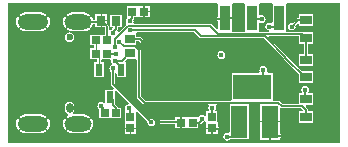
<source format=gbl>
G04*
G04 #@! TF.GenerationSoftware,Altium Limited,Altium Designer,22.10.1 (41)*
G04*
G04 Layer_Physical_Order=4*
G04 Layer_Color=16711680*
%FSLAX44Y44*%
%MOMM*%
G71*
G04*
G04 #@! TF.SameCoordinates,6AC466C0-41EF-44D2-8528-C36EB44BF29F*
G04*
G04*
G04 #@! TF.FilePolarity,Positive*
G04*
G01*
G75*
%ADD19R,0.7600X0.7200*%
%ADD28R,0.7200X0.7600*%
G04:AMPARAMS|DCode=49|XSize=0.85mm|YSize=0.6mm|CornerRadius=0.3mm|HoleSize=0mm|Usage=FLASHONLY|Rotation=270.000|XOffset=0mm|YOffset=0mm|HoleType=Round|Shape=RoundedRectangle|*
%AMROUNDEDRECTD49*
21,1,0.8500,0.0000,0,0,270.0*
21,1,0.2500,0.6000,0,0,270.0*
1,1,0.6000,0.0000,-0.1250*
1,1,0.6000,0.0000,0.1250*
1,1,0.6000,0.0000,0.1250*
1,1,0.6000,0.0000,-0.1250*
%
%ADD49ROUNDEDRECTD49*%
%ADD50C,0.6000*%
G04:AMPARAMS|DCode=51|XSize=1.3mm|YSize=2.6mm|CornerRadius=0.65mm|HoleSize=0mm|Usage=FLASHONLY|Rotation=270.000|XOffset=0mm|YOffset=0mm|HoleType=Round|Shape=RoundedRectangle|*
%AMROUNDEDRECTD51*
21,1,1.3000,1.3000,0,0,270.0*
21,1,0.0000,2.6000,0,0,270.0*
1,1,1.3000,-0.6500,0.0000*
1,1,1.3000,-0.6500,0.0000*
1,1,1.3000,0.6500,0.0000*
1,1,1.3000,0.6500,0.0000*
%
%ADD51ROUNDEDRECTD51*%
G04:AMPARAMS|DCode=52|XSize=1.3mm|YSize=2.3mm|CornerRadius=0.65mm|HoleSize=0mm|Usage=FLASHONLY|Rotation=270.000|XOffset=0mm|YOffset=0mm|HoleType=Round|Shape=RoundedRectangle|*
%AMROUNDEDRECTD52*
21,1,1.3000,1.0000,0,0,270.0*
21,1,0.0000,2.3000,0,0,270.0*
1,1,1.3000,-0.5000,0.0000*
1,1,1.3000,-0.5000,0.0000*
1,1,1.3000,0.5000,0.0000*
1,1,1.3000,0.5000,0.0000*
%
%ADD52ROUNDEDRECTD52*%
%ADD54C,0.1270*%
%ADD55C,0.2175*%
%ADD56C,0.4500*%
%ADD57C,0.5000*%
%ADD58R,0.8121X0.7581*%
%ADD59R,0.7000X0.6500*%
%ADD60R,0.6000X1.0500*%
%ADD61R,1.0000X0.8000*%
%ADD62R,1.4000X2.8000*%
%ADD63R,0.7581X0.8121*%
%ADD64R,3.2500X2.1500*%
%ADD65R,0.9500X2.1500*%
%ADD66C,0.0889*%
G36*
X249922Y-59922D02*
X-30922D01*
Y58922D01*
X145542D01*
X146569Y58336D01*
X146569Y57652D01*
Y47133D01*
X144272D01*
X143634Y47006D01*
X143093Y46645D01*
X142732Y46104D01*
X142605Y45466D01*
X142732Y44828D01*
X143093Y44287D01*
X143634Y43926D01*
X144272Y43799D01*
X146569D01*
Y37415D01*
X145396Y36929D01*
X141384Y40941D01*
X140843Y41302D01*
X140205Y41429D01*
X75732D01*
X75019Y42699D01*
X75208Y43647D01*
X75000Y44693D01*
X75321Y45015D01*
X75683Y45556D01*
X75810Y46193D01*
Y47216D01*
X78873D01*
Y46946D01*
X83308D01*
Y51816D01*
Y56686D01*
X78873D01*
Y56416D01*
X69343D01*
Y47216D01*
X69343Y47216D01*
X69521Y45946D01*
X68833Y44915D01*
X68580Y43647D01*
X68833Y42379D01*
X68950Y42203D01*
X69094Y40941D01*
X68667Y40515D01*
X63008Y34855D01*
X62007Y34944D01*
X61581Y35147D01*
X61382Y35999D01*
X61540Y36236D01*
X61667Y36874D01*
Y39069D01*
X65163D01*
Y49191D01*
X55581D01*
Y39069D01*
X57263D01*
X57629Y38535D01*
X57055Y37126D01*
X56732Y37061D01*
X55657Y36343D01*
X55439Y36017D01*
X54169Y36402D01*
Y39190D01*
X54042Y39828D01*
X53681Y40369D01*
X52893Y41157D01*
Y43495D01*
X48467D01*
Y38799D01*
X50535D01*
X50835Y38500D01*
Y33177D01*
X49937Y32278D01*
X47732Y32279D01*
X46574Y32009D01*
X38502D01*
Y23509D01*
X41438D01*
Y20506D01*
X38502D01*
Y12006D01*
X44309D01*
Y8753D01*
X41872D01*
Y-3747D01*
X49872D01*
Y8753D01*
X47435D01*
Y10971D01*
X48002Y12006D01*
X48772Y12006D01*
X55265D01*
X56033Y10736D01*
X55868Y9906D01*
X56121Y8638D01*
X56591Y7934D01*
X56624Y7119D01*
X56282Y6408D01*
X55569Y5932D01*
X54851Y4857D01*
X54598Y3589D01*
X54851Y2321D01*
X55569Y1245D01*
X56245Y794D01*
Y-9912D01*
X56372Y-10550D01*
X56733Y-11091D01*
X58619Y-12976D01*
X58093Y-14246D01*
X51372D01*
Y-25476D01*
X50102Y-25861D01*
X50095Y-25851D01*
X49020Y-25133D01*
X47752Y-24880D01*
X46484Y-25133D01*
X45409Y-25851D01*
X44691Y-26926D01*
X44438Y-28194D01*
X44691Y-29462D01*
X45409Y-30537D01*
X46081Y-30986D01*
Y-32087D01*
X46122Y-32292D01*
Y-38499D01*
X54352D01*
X55122Y-38499D01*
X56392Y-38499D01*
X64622D01*
Y-29999D01*
X61789D01*
Y-29548D01*
X61662Y-28910D01*
X61301Y-28370D01*
X59404Y-26473D01*
Y-22861D01*
X59372Y-22701D01*
Y-15526D01*
X60642Y-15000D01*
X71111Y-25468D01*
X71090Y-25691D01*
X70610Y-26764D01*
X69732Y-26939D01*
X68657Y-27657D01*
X67939Y-28732D01*
X67686Y-30000D01*
X67924Y-31194D01*
X67926Y-31363D01*
X67775Y-32464D01*
X67775D01*
X67775Y-32464D01*
Y-41994D01*
X67505D01*
Y-46429D01*
X77245D01*
Y-41994D01*
X76975D01*
Y-33128D01*
X78245Y-32602D01*
X86845Y-41203D01*
X86686Y-42000D01*
X86939Y-43268D01*
X87657Y-44343D01*
X88732Y-45061D01*
X90000Y-45314D01*
X91268Y-45061D01*
X92343Y-44343D01*
X93061Y-43268D01*
X93314Y-42000D01*
X93061Y-40732D01*
X92343Y-39657D01*
X91268Y-38939D01*
X90000Y-38686D01*
X89202Y-38845D01*
X59579Y-9222D01*
Y-619D01*
X59602Y-605D01*
X60872Y-1324D01*
Y-3747D01*
X68872D01*
Y8753D01*
X68086D01*
X67600Y9927D01*
X69179Y11506D01*
X76943D01*
X77772Y10579D01*
Y-20157D01*
X77899Y-20795D01*
X78260Y-21335D01*
X83349Y-26425D01*
X83890Y-26786D01*
X84528Y-26913D01*
X138001D01*
X138679Y-28183D01*
X138671Y-28196D01*
X138418Y-29464D01*
X138671Y-30732D01*
X138979Y-31194D01*
X138300Y-32464D01*
X136740D01*
Y-36470D01*
X135470Y-36856D01*
X135301Y-36604D01*
X134226Y-35885D01*
X132958Y-35633D01*
X131690Y-35885D01*
X130615Y-36604D01*
X130609Y-36612D01*
X129842Y-37564D01*
X120312D01*
Y-37294D01*
X115877D01*
Y-42164D01*
Y-47034D01*
X120312D01*
Y-46764D01*
X129842D01*
Y-43831D01*
X130698D01*
X131336Y-43704D01*
X131877Y-43343D01*
X132960Y-42260D01*
X134226Y-42008D01*
X135301Y-41290D01*
X136404Y-41925D01*
X136469Y-41994D01*
Y-46429D01*
X141340D01*
Y-47064D01*
X141974D01*
Y-52134D01*
X146209D01*
Y-48911D01*
X149352D01*
X149990Y-48784D01*
X150531Y-48423D01*
X150892Y-47882D01*
X151019Y-47244D01*
X150892Y-46606D01*
X150531Y-46065D01*
X149990Y-45704D01*
X149352Y-45577D01*
X146209D01*
Y-41994D01*
X145940D01*
Y-32464D01*
X145164D01*
X144485Y-31194D01*
X144793Y-30732D01*
X145046Y-29464D01*
X144793Y-28196D01*
X144785Y-28183D01*
X145463Y-26913D01*
X156592D01*
Y-50220D01*
X155322Y-50960D01*
X154432Y-50783D01*
X153164Y-51035D01*
X152089Y-51754D01*
X151371Y-52829D01*
X151118Y-54097D01*
X151371Y-55365D01*
X152089Y-56440D01*
X153164Y-57158D01*
X154432Y-57411D01*
X155700Y-57158D01*
X156775Y-56440D01*
X156777Y-56437D01*
X172592D01*
Y-26913D01*
X182322D01*
Y-40802D01*
X190592D01*
X198862D01*
Y-30448D01*
X199304Y-30100D01*
X200132Y-29666D01*
X200549Y-29749D01*
X217192D01*
X218619Y-31177D01*
X218093Y-32446D01*
X215342D01*
Y-42446D01*
X227342D01*
Y-32446D01*
X223009D01*
Y-31542D01*
X222882Y-30904D01*
X222521Y-30363D01*
X220778Y-28620D01*
X221264Y-27446D01*
X227342D01*
Y-17447D01*
X223639D01*
X223588Y-17393D01*
X223076Y-16177D01*
X223533Y-15492D01*
X223786Y-14224D01*
X223533Y-12956D01*
X222815Y-11881D01*
X221740Y-11163D01*
X220472Y-10910D01*
X219204Y-11163D01*
X218129Y-11881D01*
X217411Y-12956D01*
X217158Y-14224D01*
X217411Y-15492D01*
X217868Y-16177D01*
X217356Y-17393D01*
X217305Y-17447D01*
X215342D01*
Y-26414D01*
X201240D01*
X198892Y-24067D01*
X198351Y-23706D01*
X197713Y-23579D01*
X194049D01*
X192840Y-23434D01*
X192840Y-22309D01*
Y66D01*
X188748D01*
X188037Y1336D01*
X188226Y2286D01*
X187973Y3554D01*
X187255Y4629D01*
X186180Y5347D01*
X184912Y5600D01*
X183644Y5347D01*
X182569Y4629D01*
X181851Y3554D01*
X181598Y2286D01*
X181787Y1336D01*
X181075Y66D01*
X158340D01*
Y-22309D01*
X158339Y-23434D01*
X157129Y-23579D01*
X85218D01*
X81106Y-19466D01*
Y18903D01*
X80979Y19541D01*
X80618Y20082D01*
X77906Y22793D01*
X77213Y23776D01*
Y27170D01*
X79603D01*
X82395Y24377D01*
X82936Y24016D01*
X83574Y23889D01*
X84212Y24016D01*
X84753Y24377D01*
X85114Y24918D01*
X85241Y25556D01*
X85114Y26194D01*
X84753Y26735D01*
X81472Y30015D01*
X80931Y30377D01*
X80293Y30504D01*
X77213D01*
Y33897D01*
X78353Y34210D01*
X126160D01*
X130784Y29586D01*
X131325Y29225D01*
X131963Y29098D01*
X185367D01*
X202053Y12412D01*
X202114Y12106D01*
X202475Y11565D01*
X215342Y-1302D01*
Y-8944D01*
X227342D01*
Y1056D01*
X217700D01*
X205255Y13500D01*
X205194Y13806D01*
X204833Y14347D01*
X189097Y30083D01*
X189583Y31257D01*
X215342D01*
Y24559D01*
X219675D01*
Y16056D01*
X215342D01*
Y6056D01*
X227342D01*
Y16056D01*
X223009D01*
Y24559D01*
X227342D01*
Y34559D01*
X218138D01*
X217977Y34591D01*
X209460D01*
X209335Y35861D01*
X210310Y36055D01*
X211385Y36773D01*
X212103Y37848D01*
X212356Y39116D01*
X212197Y39913D01*
X214072Y41789D01*
X215342Y41262D01*
Y39559D01*
X227342D01*
Y49559D01*
X215342D01*
Y46226D01*
X214485D01*
X213847Y46099D01*
X213306Y45737D01*
X209839Y42271D01*
X209042Y42430D01*
X207774Y42177D01*
X206699Y41459D01*
X205981Y40384D01*
X205728Y39116D01*
X205981Y37848D01*
X206699Y36773D01*
X207774Y36055D01*
X208749Y35861D01*
X208624Y34591D01*
X204340D01*
Y57652D01*
X204340Y58066D01*
X205255Y58922D01*
X249922D01*
Y-59922D01*
D02*
G37*
G36*
X192839Y58066D02*
X192840Y57652D01*
Y42649D01*
X191569Y41971D01*
X191260Y42177D01*
X189992Y42430D01*
X188724Y42177D01*
X187649Y41459D01*
X186931Y40384D01*
X186678Y39116D01*
X186931Y37848D01*
X187649Y36773D01*
X188724Y36055D01*
X189699Y35861D01*
X189574Y34591D01*
X181339D01*
Y41685D01*
X182610Y42358D01*
X183642Y42152D01*
X184910Y42405D01*
X185985Y43123D01*
X186703Y44198D01*
X186956Y45466D01*
X186703Y46734D01*
X185985Y47809D01*
X184910Y48527D01*
X183642Y48780D01*
X182610Y48574D01*
X181339Y49247D01*
Y57652D01*
X181339Y58066D01*
X182255Y58922D01*
X191924D01*
X192839Y58066D01*
D02*
G37*
G36*
X169839D02*
X169839Y57652D01*
Y34591D01*
X158610D01*
Y45681D01*
X152590D01*
Y46951D01*
X158610D01*
Y57652D01*
X158610Y58336D01*
X159637Y58922D01*
X168924D01*
X169839Y58066D01*
D02*
G37*
%LPC*%
G36*
X89013Y56686D02*
X84578D01*
Y52451D01*
X89013D01*
Y56686D01*
D02*
G37*
G36*
Y51181D02*
X84578D01*
Y46946D01*
X89013D01*
Y51181D01*
D02*
G37*
G36*
X47197Y49461D02*
X42771D01*
Y44851D01*
X40827D01*
X40780Y45212D01*
X39997Y47102D01*
X39141Y48217D01*
X34108Y43183D01*
X39141Y38150D01*
X39997Y39265D01*
X40780Y41155D01*
X40827Y41516D01*
X42771D01*
Y38799D01*
X47197D01*
Y44130D01*
Y49461D01*
D02*
G37*
G36*
X52893D02*
X48467D01*
Y44765D01*
X52893D01*
Y49461D01*
D02*
G37*
G36*
X2391Y48217D02*
X-2642Y43183D01*
X2391Y38150D01*
X3247Y39265D01*
X4030Y41155D01*
X4297Y43183D01*
X4030Y45212D01*
X3247Y47102D01*
X2391Y48217D01*
D02*
G37*
G36*
X17278Y48217D02*
X16422Y47102D01*
X15640Y45212D01*
X15373Y43183D01*
X15640Y41155D01*
X16422Y39265D01*
X17278Y38150D01*
X22312Y43183D01*
X17278Y48217D01*
D02*
G37*
G36*
X-22472D02*
X-23328Y47102D01*
X-24110Y45212D01*
X-24377Y43183D01*
X-24110Y41155D01*
X-23328Y39265D01*
X-22472Y38150D01*
X-17438Y43183D01*
X-22472Y48217D01*
D02*
G37*
G36*
X33210Y51020D02*
X23210D01*
X21181Y50753D01*
X19291Y49970D01*
X18176Y49115D01*
X23659Y43632D01*
X23210Y43183D01*
X23659Y42734D01*
X18176Y37252D01*
X19291Y36396D01*
X21181Y35613D01*
X23210Y35346D01*
X33210D01*
X35238Y35613D01*
X37128Y36396D01*
X38243Y37252D01*
X32761Y42734D01*
X33210Y43183D01*
X32761Y43632D01*
X38243Y49115D01*
X37128Y49970D01*
X35238Y50753D01*
X33210Y51020D01*
D02*
G37*
G36*
X-3540D02*
X-16540D01*
X-18569Y50753D01*
X-20459Y49970D01*
X-21574Y49115D01*
X-16091Y43632D01*
X-16540Y43183D01*
X-16091Y42734D01*
X-21574Y37252D01*
X-20459Y36396D01*
X-18569Y35613D01*
X-16540Y35346D01*
X-3540D01*
X-1512Y35613D01*
X378Y36396D01*
X1493Y37252D01*
X-3989Y42734D01*
X-3540Y43183D01*
X-3989Y43632D01*
X1493Y49115D01*
X378Y49970D01*
X-1512Y50753D01*
X-3540Y51020D01*
D02*
G37*
G36*
X20960Y34062D02*
X19399Y33751D01*
X18076Y32867D01*
X17192Y31544D01*
X16881Y29983D01*
X17192Y28423D01*
X18076Y27100D01*
X19399Y26216D01*
X20960Y25905D01*
X22520Y26216D01*
X23844Y27100D01*
X24728Y28423D01*
X25038Y29983D01*
X24728Y31544D01*
X23844Y32867D01*
X22520Y33751D01*
X20960Y34062D01*
D02*
G37*
G36*
X149352Y18300D02*
X148084Y18047D01*
X147009Y17329D01*
X146291Y16254D01*
X146038Y14986D01*
X146291Y13718D01*
X147009Y12643D01*
X148084Y11925D01*
X149352Y11672D01*
X150620Y11925D01*
X151695Y12643D01*
X152413Y13718D01*
X152666Y14986D01*
X152413Y16254D01*
X151695Y17329D01*
X150620Y18047D01*
X149352Y18300D01*
D02*
G37*
G36*
X114607Y-37294D02*
X110172D01*
Y-39797D01*
X96197D01*
X95559Y-39924D01*
X95019Y-40286D01*
X94657Y-40826D01*
X94530Y-41464D01*
X94657Y-42102D01*
X95019Y-42643D01*
X95559Y-43004D01*
X96197Y-43131D01*
X110172D01*
Y-47034D01*
X114607D01*
Y-42164D01*
Y-37294D01*
D02*
G37*
G36*
X2391Y-38183D02*
X-2642Y-43217D01*
X2391Y-48250D01*
X3247Y-47135D01*
X4030Y-45245D01*
X4297Y-43217D01*
X4030Y-41188D01*
X3247Y-39298D01*
X2391Y-38183D01*
D02*
G37*
G36*
X39141D02*
X34108Y-43217D01*
X39141Y-48250D01*
X39997Y-47135D01*
X40780Y-45245D01*
X41047Y-43217D01*
X40780Y-41188D01*
X39997Y-39298D01*
X39141Y-38183D01*
D02*
G37*
G36*
X17278Y-38183D02*
X16422Y-39298D01*
X15640Y-41188D01*
X15373Y-43217D01*
X15640Y-45245D01*
X16422Y-47135D01*
X17278Y-48250D01*
X22312Y-43217D01*
X17278Y-38183D01*
D02*
G37*
G36*
X-22472D02*
X-23328Y-39298D01*
X-24110Y-41188D01*
X-24377Y-43217D01*
X-24110Y-45245D01*
X-23328Y-47135D01*
X-22472Y-48250D01*
X-17438Y-43217D01*
X-22472Y-38183D01*
D02*
G37*
G36*
X20960Y-24688D02*
X19399Y-24999D01*
X18076Y-25883D01*
X17192Y-27206D01*
X16881Y-28767D01*
Y-31267D01*
X17192Y-32827D01*
X18076Y-34150D01*
X19399Y-35034D01*
X19489Y-36347D01*
X19291Y-36429D01*
X18176Y-37285D01*
X23659Y-42768D01*
X23210Y-43217D01*
X23659Y-43665D01*
X18176Y-49148D01*
X19291Y-50004D01*
X21181Y-50786D01*
X23210Y-51054D01*
X33210D01*
X35238Y-50786D01*
X37128Y-50004D01*
X38243Y-49148D01*
X32761Y-43665D01*
X33210Y-43217D01*
X32761Y-42768D01*
X38243Y-37285D01*
X37128Y-36429D01*
X35238Y-35647D01*
X33210Y-35380D01*
X24290D01*
X23919Y-34357D01*
X23871Y-34109D01*
X24728Y-32827D01*
X25038Y-31267D01*
Y-28767D01*
X24728Y-27206D01*
X23844Y-25883D01*
X22520Y-24999D01*
X20960Y-24688D01*
D02*
G37*
G36*
X-3540Y-35380D02*
X-16540D01*
X-18569Y-35647D01*
X-20459Y-36429D01*
X-21574Y-37285D01*
X-16091Y-42768D01*
X-16540Y-43217D01*
X-16091Y-43665D01*
X-21574Y-49148D01*
X-20459Y-50004D01*
X-18569Y-50786D01*
X-16540Y-51054D01*
X-3540D01*
X-1512Y-50786D01*
X378Y-50004D01*
X1493Y-49148D01*
X-3989Y-43665D01*
X-3540Y-43217D01*
X-3989Y-42768D01*
X1493Y-37285D01*
X378Y-36429D01*
X-1512Y-35647D01*
X-3540Y-35380D01*
D02*
G37*
G36*
X140704Y-47699D02*
X136469D01*
Y-52134D01*
X140704D01*
Y-47699D01*
D02*
G37*
G36*
X77245D02*
X73010D01*
Y-52134D01*
X77245D01*
Y-47699D01*
D02*
G37*
G36*
X71740D02*
X67505D01*
Y-52134D01*
X71740D01*
Y-47699D01*
D02*
G37*
G36*
X198862Y-42071D02*
X191227D01*
Y-56707D01*
X198862D01*
Y-55261D01*
X201422D01*
X202060Y-55134D01*
X202601Y-54773D01*
X202962Y-54232D01*
X203089Y-53594D01*
X202962Y-52956D01*
X202601Y-52415D01*
X202060Y-52054D01*
X201422Y-51927D01*
X198862D01*
Y-42071D01*
D02*
G37*
G36*
X189957D02*
X182322D01*
Y-56707D01*
X189957D01*
Y-42071D01*
D02*
G37*
%LPD*%
D19*
X74143Y51816D02*
D03*
X83943D02*
D03*
X125042Y-42164D02*
D03*
X115242D02*
D03*
D28*
X72375Y-37264D02*
D03*
Y-47064D02*
D03*
X141340Y-37264D02*
D03*
Y-47064D02*
D03*
D49*
X20960Y-30017D02*
D03*
D50*
Y29983D02*
D03*
D51*
X-10040Y-43217D02*
D03*
Y43183D02*
D03*
D52*
X28210Y-43217D02*
D03*
Y43183D02*
D03*
D54*
X58000Y34000D02*
Y34874D01*
X60000Y36874D01*
Y43758D01*
X60372Y44130D01*
X59107Y22078D02*
Y28596D01*
X70273Y39762D01*
X140205D01*
X72375Y-37264D02*
Y-32236D01*
X71000Y-30861D02*
X72375Y-32236D01*
X71000Y-30861D02*
Y-30000D01*
X96197Y-41464D02*
X114542D01*
X115242Y-42164D01*
X57912Y-9912D02*
X90000Y-42000D01*
X57912Y-9912D02*
Y3589D01*
X52502Y27759D02*
Y39190D01*
X47832Y43860D02*
X52502Y39190D01*
X47832Y43860D02*
Y44130D01*
X158227Y-54097D02*
X164592Y-47732D01*
X154432Y-54097D02*
X158227D01*
X164592Y-47732D02*
Y-41437D01*
X220472Y-21577D02*
Y-14224D01*
Y-21577D02*
X221342Y-22446D01*
X214485Y44559D02*
X221342D01*
X209042Y39116D02*
X214485Y44559D01*
X184912Y-2361D02*
Y2286D01*
X175590Y-11684D02*
X184912Y-2361D01*
X200549Y-28082D02*
X217882D01*
X221342Y-31542D01*
X197713Y-25246D02*
X200549Y-28082D01*
X126850Y35877D02*
X131963Y30765D01*
X186058D01*
X71882Y35877D02*
X126850D01*
X186058Y30765D02*
X203654Y13168D01*
Y12744D02*
Y13168D01*
Y12744D02*
X220342Y-3944D01*
X221342D01*
X71882Y28837D02*
X80293D01*
X83574Y25556D01*
X59720Y9906D02*
X65221D01*
X59182D02*
X59720D01*
X71612Y16297D02*
X71882D01*
X65221Y9906D02*
X71612Y16297D01*
X221342Y29559D02*
X221342Y29558D01*
X217977Y32924D02*
X221342Y29559D01*
X59107Y22078D02*
X59491Y21694D01*
X140205Y39762D02*
X147044Y32924D01*
X217977D01*
X62992Y26416D02*
X67057Y22351D01*
X79439Y-20157D02*
Y18903D01*
Y-20157D02*
X84528Y-25246D01*
X197713D01*
X75992Y22351D02*
X79439Y18903D01*
X221342Y-37446D02*
Y-31542D01*
X67057Y22351D02*
X75992D01*
X141732Y-36872D02*
Y-29464D01*
X71894Y43647D02*
Y43945D01*
X74143Y46193D02*
Y51816D01*
X71894Y43945D02*
X74143Y46193D01*
X221342Y11056D02*
Y29558D01*
X46886Y43183D02*
X47832Y44130D01*
X28210Y43183D02*
X46886D01*
X64872Y2503D02*
Y4753D01*
X59720Y9906D02*
X64872Y4753D01*
X190592Y-47229D02*
X196957Y-53594D01*
X190592Y-47229D02*
Y-41437D01*
X196957Y-53594D02*
X201422D01*
X130698Y-42164D02*
X132340Y-40522D01*
Y-39565D02*
X132958Y-38947D01*
X132340Y-40522D02*
Y-39565D01*
X151740Y45466D02*
X152590Y46316D01*
X144272Y45466D02*
X151740D01*
X176439D02*
X183642D01*
X175590Y46316D02*
X176439Y45466D01*
X141340Y-47064D02*
X141519Y-47244D01*
X149352D01*
X141340Y-37264D02*
X141732Y-36872D01*
X125042Y-42164D02*
X130698D01*
X194475Y39116D02*
X198589Y43231D01*
Y46316D01*
X189992Y39116D02*
X194475D01*
X60122Y-34249D02*
Y-29548D01*
X57737Y-27163D02*
X60122Y-29548D01*
X57737Y-27163D02*
Y-22861D01*
X55372Y-20496D02*
X57737Y-22861D01*
X52502Y16256D02*
X60452D01*
D55*
X47752Y-28823D02*
X48210Y-29281D01*
X50372Y-34249D02*
X50622D01*
X48210Y-32087D02*
X50372Y-34249D01*
X48210Y-32087D02*
Y-29281D01*
X47752Y-28823D02*
Y-28194D01*
D56*
X58000Y34000D02*
D03*
X63000Y-25000D02*
D03*
X71000Y-30000D02*
D03*
X96197Y-41464D02*
D03*
X90000Y-42000D02*
D03*
X220472Y-14224D02*
D03*
X209042Y39116D02*
D03*
X184912Y2286D02*
D03*
X188722Y22606D02*
D03*
X62992Y26416D02*
D03*
X59491Y21694D02*
D03*
X141732Y-29464D02*
D03*
X71894Y43647D02*
D03*
X71882Y35877D02*
D03*
X59182Y9906D02*
D03*
X57912Y3589D02*
D03*
X154432Y-54097D02*
D03*
X201422Y-53594D02*
D03*
X132958Y-38947D02*
D03*
X144272Y45466D02*
D03*
X183642D02*
D03*
X149352Y14986D02*
D03*
Y-47244D02*
D03*
X189992Y39116D02*
D03*
X60452Y16256D02*
D03*
X47752Y-28194D02*
D03*
D57*
X83574Y25556D02*
D03*
X94574D02*
D03*
X105574D02*
D03*
X116574D02*
D03*
X127574D02*
D03*
X83574Y14556D02*
D03*
X94574D02*
D03*
X105574D02*
D03*
X116574D02*
D03*
X127574D02*
D03*
X83574Y3556D02*
D03*
X94574D02*
D03*
X105574D02*
D03*
X116574D02*
D03*
X127574D02*
D03*
X83574Y-7444D02*
D03*
X94574D02*
D03*
X105574D02*
D03*
X116574D02*
D03*
X127574D02*
D03*
X83574Y-18444D02*
D03*
X94574D02*
D03*
X105574D02*
D03*
X116574D02*
D03*
X127574D02*
D03*
D58*
X71882Y16297D02*
D03*
Y28837D02*
D03*
D59*
X60122Y-34249D02*
D03*
X50622D02*
D03*
X52502Y16256D02*
D03*
X43002D02*
D03*
X43002Y27759D02*
D03*
X52502D02*
D03*
D60*
X55372Y-20496D02*
D03*
X64872Y2503D02*
D03*
X45872D02*
D03*
D61*
X221342Y11056D02*
D03*
Y-3944D02*
D03*
X221342Y-37446D02*
D03*
Y-22446D02*
D03*
Y29559D02*
D03*
Y44559D02*
D03*
D62*
X164592Y-41437D02*
D03*
X190592D02*
D03*
D63*
X47832Y44130D02*
D03*
X60372D02*
D03*
D64*
X175590Y-11684D02*
D03*
D65*
X198589Y46316D02*
D03*
X175590D02*
D03*
X152590D02*
D03*
D66*
X43002Y16256D02*
Y27759D01*
X43002Y16256D02*
X43002Y16256D01*
X43067Y16256D02*
X45872Y13450D01*
X43002Y16256D02*
X43067D01*
X45872Y2503D02*
Y13450D01*
M02*

</source>
